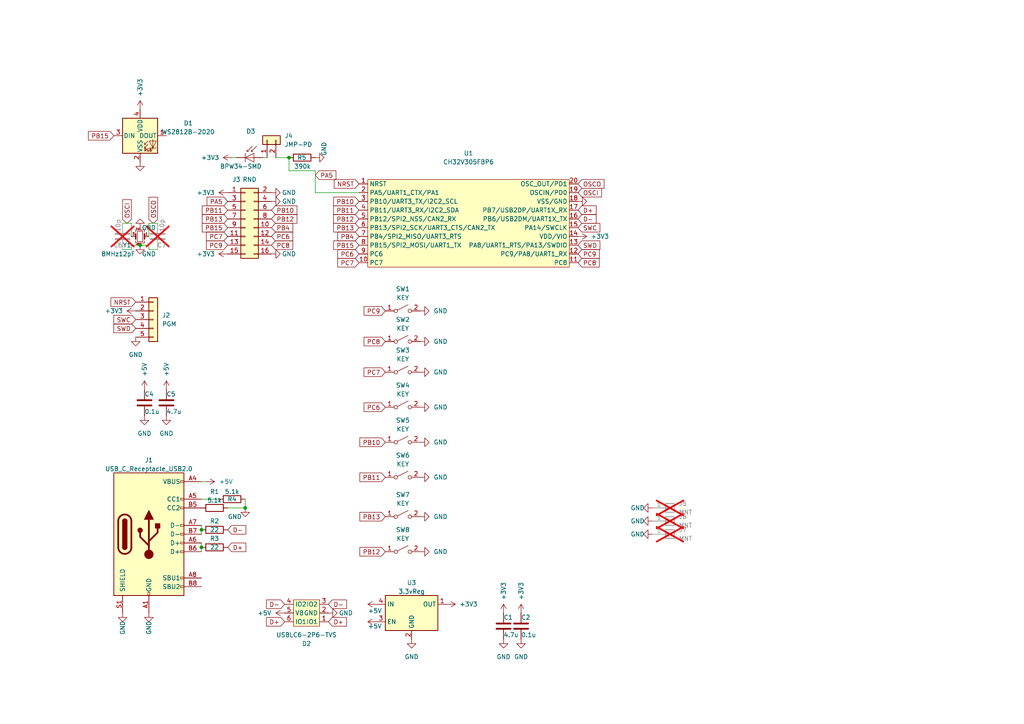
<source format=kicad_sch>
(kicad_sch (version 20230121) (generator eeschema)
  (paper "A4")
  (lib_symbols
    (symbol "Connector:USB_C_Receptacle_USB2.0" (pin_names (offset 1.016))
      (property "Reference" "J" (at -10.16 19.05 0))
      (property "Value" "USB_C_Receptacle_USB2.0" (at 19.05 19.05 0))
      (symbol "USB_C_Receptacle_USB2.0_0_0"
        (rectangle (start -0.254 -17.78) (end 0.254 -16.764))
        (rectangle (start 10.16 -14.986) (end 9.144 -15.494))
        (rectangle (start 10.16 -12.446) (end 9.144 -12.954))
        (rectangle (start 10.16 -4.826) (end 9.144 -5.334))
        (rectangle (start 10.16 -2.286) (end 9.144 -2.794))
        (rectangle (start 10.16 0.254) (end 9.144 -0.254))
        (rectangle (start 10.16 2.794) (end 9.144 2.286))
        (rectangle (start 10.16 7.874) (end 9.144 7.366))
        (rectangle (start 10.16 10.414) (end 9.144 9.906))
        (rectangle (start 10.16 15.494) (end 9.144 14.986))
      )
      (symbol "USB_C_Receptacle_USB2.0_0_1"
        (rectangle (start -10.16 17.78) (end 10.16 -17.78) (stroke (width 0.254)) (fill (type background)))
        (arc (start -8.89 -3.81) (mid -6.985 -5.7067) (end -5.08 -3.81) (stroke (width 0.508)))
        (arc (start -7.62 -3.81) (mid -6.985 -4.4423) (end -6.35 -3.81) (stroke (width 0.254)))
        (arc (start -7.62 -3.81) (mid -6.985 -4.4423) (end -6.35 -3.81) (stroke (width 0.254)) (fill (type outline)))
        (rectangle (start -7.62 -3.81) (end -6.35 3.81) (stroke (width 0.254)) (fill (type outline)))
        (arc (start -6.35 3.81) (mid -6.985 4.4423) (end -7.62 3.81) (stroke (width 0.254)))
        (arc (start -6.35 3.81) (mid -6.985 4.4423) (end -7.62 3.81) (stroke (width 0.254)) (fill (type outline)))
        (arc (start -5.08 3.81) (mid -6.985 5.7067) (end -8.89 3.81) (stroke (width 0.508)))
        (circle (center -2.54 1.143) (radius 0.635) (stroke (width 0.254)) (fill (type outline)))
        (circle (center 0 -5.842) (radius 1.27) (fill (type outline)))
        (polyline (pts (xy -8.89 -3.81) (xy -8.89 3.81)) (stroke (width 0.508)))
        (polyline (pts (xy -5.08 3.81) (xy -5.08 -3.81)) (stroke (width 0.508)))
        (polyline (pts (xy 0 -5.842) (xy 0 4.318)) (stroke (width 0.508)))
        (polyline (pts (xy 0 -3.302) (xy -2.54 -0.762) (xy -2.54 0.508)) (stroke (width 0.508)))
        (polyline (pts (xy 0 -2.032) (xy 2.54 0.508) (xy 2.54 1.778)) (stroke (width 0.508)))
        (polyline (pts (xy -1.27 4.318) (xy 0 6.858) (xy 1.27 4.318) (xy -1.27 4.318)) (stroke (width 0.254)) (fill (type outline)))
        (rectangle (start 1.905 1.778) (end 3.175 3.048) (stroke (width 0.254)) (fill (type outline)))
      )
      (symbol "USB_C_Receptacle_USB2.0_1_1"
        (pin passive line (at 0 -22.86 90) (length 5.08) (name "GND") (number "A1"))
        (pin passive line (at 0 -22.86 90) (length 5.08) hide (name "GND") (number "A12"))
        (pin passive line (at 15.24 15.24 180) (length 5.08) (name "VBUS") (number "A4"))
        (pin bidirectional line (at 15.24 10.16 180) (length 5.08) (name "CC1") (number "A5"))
        (pin bidirectional line (at 15.24 -2.54 180) (length 5.08) (name "D+") (number "A6"))
        (pin bidirectional line (at 15.24 2.54 180) (length 5.08) (name "D-") (number "A7"))
        (pin bidirectional line (at 15.24 -12.7 180) (length 5.08) (name "SBU1") (number "A8"))
        (pin passive line (at 15.24 15.24 180) (length 5.08) hide (name "VBUS") (number "A9"))
        (pin passive line (at 0 -22.86 90) (length 5.08) hide (name "GND") (number "B1"))
        (pin passive line (at 0 -22.86 90) (length 5.08) hide (name "GND") (number "B12"))
        (pin passive line (at 15.24 15.24 180) (length 5.08) hide (name "VBUS") (number "B4"))
        (pin bidirectional line (at 15.24 7.62 180) (length 5.08) (name "CC2") (number "B5"))
        (pin bidirectional line (at 15.24 -5.08 180) (length 5.08) (name "D+") (number "B6"))
        (pin bidirectional line (at 15.24 0 180) (length 5.08) (name "D-") (number "B7"))
        (pin bidirectional line (at 15.24 -15.24 180) (length 5.08) (name "SBU2") (number "B8"))
        (pin passive line (at 15.24 15.24 180) (length 5.08) hide (name "VBUS") (number "B9"))
        (pin passive line (at -7.62 -22.86 90) (length 5.08) (name "SHIELD") (number "S1"))
      )
    )
    (symbol "Connector_Generic:Conn_01x01" (pin_names (offset 1.016) hide)
      (property "Reference" "J" (at 0 2.54 0))
      (property "Value" "Conn_01x01" (at 0 -2.54 0))
      (symbol "Conn_01x01_1_1"
        (rectangle (start -1.27 0.127) (end 0 -0.127) (stroke (width 0.1524)))
        (rectangle (start -1.27 1.27) (end 1.27 -1.27) (stroke (width 0.254)) (fill (type background)))
        (pin passive line (at -5.08 0 0) (length 3.81) (name "Pin_1") (number "1"))
      )
    )
    (symbol "Connector_Generic:Conn_01x02" (pin_names (offset 1.016) hide)
      (property "Reference" "J" (at 0 2.54 0))
      (property "Value" "Conn_01x02" (at 0 -5.08 0))
      (symbol "Conn_01x02_1_1"
        (rectangle (start -1.27 -2.413) (end 0 -2.667) (stroke (width 0.1524)))
        (rectangle (start -1.27 0.127) (end 0 -0.127) (stroke (width 0.1524)))
        (rectangle (start -1.27 1.27) (end 1.27 -3.81) (stroke (width 0.254)) (fill (type background)))
        (pin passive line (at -5.08 0 0) (length 3.81) (name "Pin_1") (number "1"))
        (pin passive line (at -5.08 -2.54 0) (length 3.81) (name "Pin_2") (number "2"))
      )
    )
    (symbol "Connector_Generic:Conn_01x05" (pin_names (offset 1.016) hide)
      (property "Reference" "J" (at 0 7.62 0))
      (property "Value" "Conn_01x05" (at 0 -7.62 0))
      (symbol "Conn_01x05_1_1"
        (rectangle (start -1.27 -4.953) (end 0 -5.207) (stroke (width 0.1524)))
        (rectangle (start -1.27 -2.413) (end 0 -2.667) (stroke (width 0.1524)))
        (rectangle (start -1.27 0.127) (end 0 -0.127) (stroke (width 0.1524)))
        (rectangle (start -1.27 2.667) (end 0 2.413) (stroke (width 0.1524)))
        (rectangle (start -1.27 5.207) (end 0 4.953) (stroke (width 0.1524)))
        (rectangle (start -1.27 6.35) (end 1.27 -6.35) (stroke (width 0.254)) (fill (type background)))
        (pin passive line (at -5.08 5.08 0) (length 3.81) (name "Pin_1") (number "1"))
        (pin passive line (at -5.08 2.54 0) (length 3.81) (name "Pin_2") (number "2"))
        (pin passive line (at -5.08 0 0) (length 3.81) (name "Pin_3") (number "3"))
        (pin passive line (at -5.08 -2.54 0) (length 3.81) (name "Pin_4") (number "4"))
        (pin passive line (at -5.08 -5.08 0) (length 3.81) (name "Pin_5") (number "5"))
      )
    )
    (symbol "Connector_Generic:Conn_02x08_Odd_Even" (pin_names (offset 1.016) hide)
      (property "Reference" "J" (at 1.27 10.16 0))
      (property "Value" "Conn_02x08_Odd_Even" (at 1.27 -12.7 0))
      (symbol "Conn_02x08_Odd_Even_1_1"
        (rectangle (start -1.27 -10.033) (end 0 -10.287) (stroke (width 0.1524)))
        (rectangle (start -1.27 -7.493) (end 0 -7.747) (stroke (width 0.1524)))
        (rectangle (start -1.27 -4.953) (end 0 -5.207) (stroke (width 0.1524)))
        (rectangle (start -1.27 -2.413) (end 0 -2.667) (stroke (width 0.1524)))
        (rectangle (start -1.27 0.127) (end 0 -0.127) (stroke (width 0.1524)))
        (rectangle (start -1.27 2.667) (end 0 2.413) (stroke (width 0.1524)))
        (rectangle (start -1.27 5.207) (end 0 4.953) (stroke (width 0.1524)))
        (rectangle (start -1.27 7.747) (end 0 7.493) (stroke (width 0.1524)))
        (rectangle (start -1.27 8.89) (end 3.81 -11.43) (stroke (width 0.254)) (fill (type background)))
        (rectangle (start 3.81 -10.033) (end 2.54 -10.287) (stroke (width 0.1524)))
        (rectangle (start 3.81 -7.493) (end 2.54 -7.747) (stroke (width 0.1524)))
        (rectangle (start 3.81 -4.953) (end 2.54 -5.207) (stroke (width 0.1524)))
        (rectangle (start 3.81 -2.413) (end 2.54 -2.667) (stroke (width 0.1524)))
        (rectangle (start 3.81 0.127) (end 2.54 -0.127) (stroke (width 0.1524)))
        (rectangle (start 3.81 2.667) (end 2.54 2.413) (stroke (width 0.1524)))
        (rectangle (start 3.81 5.207) (end 2.54 4.953) (stroke (width 0.1524)))
        (rectangle (start 3.81 7.747) (end 2.54 7.493) (stroke (width 0.1524)))
        (pin passive line (at -5.08 7.62 0) (length 3.81) (name "Pin_1") (number "1"))
        (pin passive line (at 7.62 -2.54 180) (length 3.81) (name "Pin_10") (number "10"))
        (pin passive line (at -5.08 -5.08 0) (length 3.81) (name "Pin_11") (number "11"))
        (pin passive line (at 7.62 -5.08 180) (length 3.81) (name "Pin_12") (number "12"))
        (pin passive line (at -5.08 -7.62 0) (length 3.81) (name "Pin_13") (number "13"))
        (pin passive line (at 7.62 -7.62 180) (length 3.81) (name "Pin_14") (number "14"))
        (pin passive line (at -5.08 -10.16 0) (length 3.81) (name "Pin_15") (number "15"))
        (pin passive line (at 7.62 -10.16 180) (length 3.81) (name "Pin_16") (number "16"))
        (pin passive line (at 7.62 7.62 180) (length 3.81) (name "Pin_2") (number "2"))
        (pin passive line (at -5.08 5.08 0) (length 3.81) (name "Pin_3") (number "3"))
        (pin passive line (at 7.62 5.08 180) (length 3.81) (name "Pin_4") (number "4"))
        (pin passive line (at -5.08 2.54 0) (length 3.81) (name "Pin_5") (number "5"))
        (pin passive line (at 7.62 2.54 180) (length 3.81) (name "Pin_6") (number "6"))
        (pin passive line (at -5.08 0 0) (length 3.81) (name "Pin_7") (number "7"))
        (pin passive line (at 7.62 0 180) (length 3.81) (name "Pin_8") (number "8"))
        (pin passive line (at -5.08 -2.54 0) (length 3.81) (name "Pin_9") (number "9"))
      )
    )
    (symbol "Device:C" (pin_numbers hide) (pin_names (offset 0.254))
      (property "Reference" "C" (at 0.635 2.54 0))
      (property "Value" "C" (at 0.635 -2.54 0))
      (symbol "C_0_1"
        (polyline (pts (xy -2.032 -0.762) (xy 2.032 -0.762)) (stroke (width 0.508)))
        (polyline (pts (xy -2.032 0.762) (xy 2.032 0.762)) (stroke (width 0.508)))
      )
      (symbol "C_1_1"
        (pin passive line (at 0 3.81 270) (length 2.794) (name "~") (number "1"))
        (pin passive line (at 0 -3.81 90) (length 2.794) (name "~") (number "2"))
      )
    )
    (symbol "Device:Crystal_GND24_Small" (pin_names (offset 1.016) hide)
      (property "Reference" "Y" (at 1.27 4.445 0))
      (property "Value" "Crystal_GND24_Small" (at 1.27 2.54 0))
      (symbol "Crystal_GND24_Small_0_1"
        (rectangle (start -0.762 -1.524) (end 0.762 1.524))
        (polyline (pts (xy -1.27 -0.762) (xy -1.27 0.762)) (stroke (width 0.381)))
        (polyline (pts (xy 1.27 -0.762) (xy 1.27 0.762)) (stroke (width 0.381)))
        (polyline (pts (xy -1.27 -1.27) (xy -1.27 -1.905) (xy 1.27 -1.905) (xy 1.27 -1.27)))
        (polyline (pts (xy -1.27 1.27) (xy -1.27 1.905) (xy 1.27 1.905) (xy 1.27 1.27)))
      )
      (symbol "Crystal_GND24_Small_1_1"
        (pin passive line (at -2.54 0 0) (length 1.27) (name "1") (number "1"))
        (pin passive line (at 0 -2.54 90) (length 0.635) (name "2") (number "2"))
        (pin passive line (at 2.54 0 180) (length 1.27) (name "3") (number "3"))
        (pin passive line (at 0 2.54 270) (length 0.635) (name "4") (number "4"))
      )
    )
    (symbol "Device:R" (pin_numbers hide) (pin_names (offset 0))
      (property "Reference" "R" (at 2.032 0 90))
      (property "Value" "R" (at 0 0 90))
      (symbol "R_0_1"
        (rectangle (start -1.016 -2.54) (end 1.016 2.54) (stroke (width 0.254)))
      )
      (symbol "R_1_1"
        (pin passive line (at 0 3.81 270) (length 1.27) (name "~") (number "1"))
        (pin passive line (at 0 -3.81 90) (length 1.27) (name "~") (number "2"))
      )
    )
    (symbol "LED:WS2812B-2020" (pin_names (offset 0.254))
      (property "Reference" "D" (at 5.08 5.715 0))
      (property "Value" "WS2812B-2020" (at 1.27 -5.715 0))
      (symbol "WS2812B-2020_0_0"
        (text "RGB" (at 2.286 -4.191 0) (effects (font (size 0.762 0.762))))
      )
      (symbol "WS2812B-2020_0_1"
        (polyline (pts (xy 1.27 -3.556) (xy 1.778 -3.556)))
        (polyline (pts (xy 1.27 -2.54) (xy 1.778 -2.54)))
        (polyline (pts (xy 4.699 -3.556) (xy 2.667 -3.556)))
        (polyline (pts (xy 2.286 -2.54) (xy 1.27 -3.556) (xy 1.27 -3.048)))
        (polyline (pts (xy 2.286 -1.524) (xy 1.27 -2.54) (xy 1.27 -2.032)))
        (polyline (pts (xy 3.683 -1.016) (xy 3.683 -3.556) (xy 3.683 -4.064)))
        (polyline (pts (xy 4.699 -1.524) (xy 2.667 -1.524) (xy 3.683 -3.556) (xy 4.699 -1.524)))
        (rectangle (start 5.08 5.08) (end -5.08 -5.08) (stroke (width 0.254)) (fill (type background)))
      )
      (symbol "WS2812B-2020_1_1"
        (pin output line (at 7.62 0 180) (length 2.54) (name "DOUT") (number "1"))
        (pin power_in line (at 0 -7.62 90) (length 2.54) (name "VSS") (number "2"))
        (pin input line (at -7.62 0 0) (length 2.54) (name "DIN") (number "3"))
        (pin power_in line (at 0 7.62 270) (length 2.54) (name "VDD") (number "4"))
      )
    )
    (symbol "Regulator_Linear:NCP115AMX120TCG"
      (property "Reference" "U" (at 2.54 10.16 0))
      (property "Value" "NCP115AMX120TCG" (at 10.16 7.62 0))
      (symbol "NCP115AMX120TCG_0_1"
        (rectangle (start -7.62 5.08) (end 7.62 -5.08) (stroke (width 0.254)) (fill (type background)))
      )
      (symbol "NCP115AMX120TCG_1_1"
        (pin power_out line (at 10.16 2.54 180) (length 2.54) (name "OUT") (number "1"))
        (pin power_in line (at 0 -7.62 90) (length 2.54) (name "GND") (number "2"))
        (pin input line (at -10.16 -2.54 0) (length 2.54) (name "EN") (number "3"))
        (pin power_in line (at -10.16 2.54 0) (length 2.54) (name "IN") (number "4"))
        (pin passive line (at 0 -7.62 90) (length 2.54) hide (name "GND") (number "5"))
      )
    )
    (symbol "Sensor_Optical:BPW34-SMD" (pin_numbers hide) (pin_names (offset 1.016) hide)
      (property "Reference" "D" (at 0.508 1.778 0))
      (property "Value" "BPW34-SMD" (at -1.016 -2.794 0))
      (symbol "BPW34-SMD_0_1"
        (polyline (pts (xy -2.54 1.27) (xy -2.54 -1.27)) (stroke (width 0.1524)))
        (polyline (pts (xy -2.032 1.778) (xy -1.524 1.778)))
        (polyline (pts (xy 0 -1.27) (xy 0 1.27)))
        (polyline (pts (xy 0 0) (xy -2.54 0)))
        (polyline (pts (xy -0.508 3.302) (xy -2.032 1.778) (xy -2.032 2.286)))
        (polyline (pts (xy 0 1.27) (xy -2.54 0) (xy 0 -1.27)))
        (polyline (pts (xy 0.762 3.302) (xy -0.762 1.778) (xy -0.762 2.286) (xy -0.762 1.778) (xy -0.254 1.778)))
      )
      (symbol "BPW34-SMD_1_1"
        (pin passive line (at -5.08 0 0) (length 2.54) (name "K") (number "1"))
        (pin passive line (at 2.54 0 180) (length 2.54) (name "A") (number "2"))
      )
    )
    (symbol "Switch:SW_SPST" (pin_names (offset 0) hide)
      (property "Reference" "SW" (at 0 3.175 0))
      (property "Value" "SW_SPST" (at 0 -2.54 0))
      (symbol "SW_SPST_0_0"
        (circle (center -2.032 0) (radius 0.508))
        (polyline (pts (xy -1.524 0.254) (xy 1.524 1.778)))
        (circle (center 2.032 0) (radius 0.508))
      )
      (symbol "SW_SPST_1_1"
        (pin passive line (at -5.08 0 0) (length 2.54) (name "A") (number "1"))
        (pin passive line (at 5.08 0 180) (length 2.54) (name "B") (number "2"))
      )
    )
    (symbol "USBLC6-2P6-TVS:USBLC6-2P6-TVS"
      (property "Reference" "D" (at 0 -5.08 0))
      (property "Value" "USBLC6-2P6-TVS" (at 0 5.08 0))
      (symbol "USBLC6-2P6-TVS_0_1"
        (rectangle (start -3.81 3.81) (end 3.81 -3.81) (fill (type background)))
      )
      (symbol "USBLC6-2P6-TVS_1_1"
        (pin bidirectional line (at -6.35 2.54 0) (length 2.54) (name "IO1") (number "1"))
        (pin bidirectional line (at -6.35 0 0) (length 2.54) (name "GND") (number "2"))
        (pin bidirectional line (at -6.35 -2.54 0) (length 2.54) (name "IO2") (number "3"))
        (pin bidirectional line (at 6.35 -2.54 180) (length 2.54) (name "IO2") (number "4"))
        (pin bidirectional line (at 6.35 0 180) (length 2.54) (name "VB") (number "5"))
        (pin bidirectional line (at 6.35 2.54 180) (length 2.54) (name "IO1") (number "6"))
      )
    )
    (symbol "cnhardware:CH32V305FBP6-SOIC20"
      (property "Reference" "U" (at 0 13.97 0))
      (property "Value" "CH32V305FBP6" (at 0 -13.97 0))
      (property "LCSC" "C5123443" (at 0 -11.43 0))
      (symbol "CH32V305FBP6-SOIC20_1_1"
        (rectangle (start -29.21 12.7) (end 29.21 -12.7) (fill (type background)))
        (pin bidirectional line (at -31.75 11.43 0) (length 2.54) (name "NRST") (number "1"))
        (pin bidirectional line (at -31.75 -11.43 0) (length 2.54) (name "PC7") (number "10"))
        (pin bidirectional line (at 31.75 -11.43 180) (length 2.54) (name "PC8") (number "11"))
        (pin bidirectional line (at 31.75 -8.89 180) (length 2.54) (name "PC9/PA8/UART1_RX") (number "12"))
        (pin bidirectional line (at 31.75 -6.35 180) (length 2.54) (name "PA8/UART1_RTS/PA13/SWDIO") (number "13"))
        (pin bidirectional line (at 31.75 -3.81 180) (length 2.54) (name "VDD/VIO") (number "14"))
        (pin bidirectional line (at 31.75 -1.27 180) (length 2.54) (name "PA14/SWCLK") (number "15"))
        (pin bidirectional line (at 31.75 1.27 180) (length 2.54) (name "PB6/USB2DM/UART1X_TX") (number "16"))
        (pin bidirectional line (at 31.75 3.81 180) (length 2.54) (name "PB7/USB2DP/UART1X_RX") (number "17"))
        (pin bidirectional line (at 31.75 6.35 180) (length 2.54) (name "VSS/GND") (number "18"))
        (pin bidirectional line (at 31.75 8.89 180) (length 2.54) (name "OSCIN/PD0") (number "19"))
        (pin bidirectional line (at -31.75 8.89 0) (length 2.54) (name "PA5/UART1_CTX/PA1") (number "2"))
        (pin bidirectional line (at 31.75 11.43 180) (length 2.54) (name "OSC_OUT/PD1") (number "20"))
        (pin bidirectional line (at -31.75 6.35 0) (length 2.54) (name "PB10/UART3_TX/I2C2_SCL") (number "3"))
        (pin bidirectional line (at -31.75 3.81 0) (length 2.54) (name "PB11/UART3_RX/I2C2_SDA") (number "4"))
        (pin bidirectional line (at -31.75 1.27 0) (length 2.54) (name "PB12/SPI2_NSS/CAN2_RX") (number "5"))
        (pin bidirectional line (at -31.75 -1.27 0) (length 2.54) (name "PB13/SPI2_SCK/UART3_CTS/CAN2_TX") (number "6"))
        (pin bidirectional line (at -31.75 -3.81 0) (length 2.54) (name "PB4/SPI2_MISO/UART3_RTS") (number "7"))
        (pin bidirectional line (at -31.75 -6.35 0) (length 2.54) (name "PB15/SPI2_MOSI/UART1_TX") (number "8"))
        (pin bidirectional line (at -31.75 -8.89 0) (length 2.54) (name "PC6") (number "9"))
      )
    )
    (symbol "power:+3V3" (power) (pin_names (offset 0))
      (property "Value" "+3V3" (at 0 3.556 0))
      (symbol "+3V3_0_1"
        (polyline (pts (xy -0.762 1.27) (xy 0 2.54)))
        (polyline (pts (xy 0 0) (xy 0 2.54)))
        (polyline (pts (xy 0 2.54) (xy 0.762 1.27)))
      )
      (symbol "+3V3_1_1"
        (pin power_in line (at 0 0 90) (length 0) hide (name "+3V3") (number "1"))
      )
    )
    (symbol "power:+5V" (power) (pin_names (offset 0))
      (property "Value" "+5V" (at 0 3.556 0))
      (symbol "+5V_0_1"
        (polyline (pts (xy -0.762 1.27) (xy 0 2.54)))
        (polyline (pts (xy 0 0) (xy 0 2.54)))
        (polyline (pts (xy 0 2.54) (xy 0.762 1.27)))
      )
      (symbol "+5V_1_1"
        (pin power_in line (at 0 0 90) (length 0) hide (name "+5V") (number "1"))
      )
    )
    (symbol "power:GND" (power) (pin_names (offset 0))
      (property "Value" "GND" (at 0 -3.81 0))
      (symbol "GND_0_1"
        (polyline (pts (xy 0 0) (xy 0 -1.27) (xy 1.27 -1.27) (xy 0 -2.54) (xy -1.27 -1.27) (xy 0 -1.27)))
      )
      (symbol "GND_1_1"
        (pin power_in line (at 0 0 270) (length 0) hide (name "GND") (number "1"))
      )
    )
  )
  (junction (at 58.42 153.67))
  (junction (at 58.42 158.75))
  (junction (at 83.82 45.72))
  (junction (at 71.12 147.32))
  (junction (at 40.64 71.12))
  (wire (pts (xy 68.58 45.72) (xy 67.31 45.72)))
  (wire (pts (xy 43.18 64.77) (xy 43.18 68.58)))
  (wire (pts (xy 58.42 153.67) (xy 58.42 154.94)))
  (wire (pts (xy 83.82 45.72) (xy 83.82 49.53)))
  (wire (pts (xy 91.44 55.88) (xy 104.14 55.88)))
  (wire (pts (xy 83.82 49.53) (xy 91.44 49.53)))
  (wire (pts (xy 76.2 45.72) (xy 77.47 45.72)))
  (wire (pts (xy 45.72 64.77) (xy 43.18 64.77)))
  (wire (pts (xy 40.64 71.12) (xy 38.1 71.12)))
  (wire (pts (xy 71.12 144.78) (xy 71.12 147.32)))
  (wire (pts (xy 59.69 139.7) (xy 58.42 139.7)))
  (wire (pts (xy 38.1 64.77) (xy 35.56 64.77)))
  (wire (pts (xy 43.18 71.12) (xy 43.18 72.39)))
  (wire (pts (xy 58.42 157.48) (xy 58.42 158.75)))
  (wire (pts (xy 58.42 152.4) (xy 58.42 153.67)))
  (wire (pts (xy 91.44 49.53) (xy 91.44 55.88)))
  (wire (pts (xy 58.42 158.75) (xy 58.42 160.02)))
  (wire (pts (xy 38.1 72.39) (xy 35.56 72.39)))
  (wire (pts (xy 66.04 147.32) (xy 71.12 147.32)))
  (wire (pts (xy 38.1 64.77) (xy 38.1 68.58)))
  (wire (pts (xy 38.1 71.12) (xy 38.1 72.39)))
  (wire (pts (xy 63.5 144.78) (xy 58.42 144.78)))
  (wire (pts (xy 40.64 71.12) (xy 43.18 71.12)))
  (wire (pts (xy 80.01 45.72) (xy 83.82 45.72)))
  (wire (pts (xy 43.18 72.39) (xy 45.72 72.39)))
  (global_label "NRST" (shape input) (at 104.14 53.34 180) (property "Intersheetrefs" "${INTERSHEET_REFS}" (effects hide)))
  (global_label "D+" (shape input) (at 167.64 60.96 0) (property "Intersheetrefs" "${INTERSHEET_REFS}" (effects hide)))
  (global_label "OSCO" (shape input) (at 167.64 53.34 0) (property "Intersheetrefs" "${INTERSHEET_REFS}" (effects hide)))
  (global_label "PC6" (shape input) (at 111.76 118.11 180) (property "Intersheetrefs" "${INTERSHEET_REFS}" (effects hide)))
  (global_label "PC9" (shape input) (at 66.04 71.12 180) (property "Intersheetrefs" "${INTERSHEET_REFS}" (effects hide)))
  (global_label "PC7" (shape input) (at 111.76 107.95 180) (property "Intersheetrefs" "${INTERSHEET_REFS}" (effects hide)))
  (global_label "D+" (shape input) (at 95.25 180.34 0) (property "Intersheetrefs" "${INTERSHEET_REFS}" (effects hide)))
  (global_label "PC9" (shape input) (at 167.64 73.66 0) (property "Intersheetrefs" "${INTERSHEET_REFS}" (effects hide)))
  (global_label "PC6" (shape input) (at 78.74 68.58 0) (property "Intersheetrefs" "${INTERSHEET_REFS}" (effects hide)))
  (global_label "PC8" (shape input) (at 78.74 71.12 0) (property "Intersheetrefs" "${INTERSHEET_REFS}" (effects hide)))
  (global_label "PB12" (shape input) (at 104.14 63.5 180) (property "Intersheetrefs" "${INTERSHEET_REFS}" (effects hide)))
  (global_label "SWC" (shape input) (at 39.37 92.71 180) (property "Intersheetrefs" "${INTERSHEET_REFS}" (effects hide)))
  (global_label "PB13" (shape input) (at 66.04 63.5 180) (property "Intersheetrefs" "${INTERSHEET_REFS}" (effects hide)))
  (global_label "SWD" (shape input) (at 167.64 71.12 0) (property "Intersheetrefs" "${INTERSHEET_REFS}" (effects hide)))
  (global_label "SWC" (shape input) (at 167.64 66.04 0) (property "Intersheetrefs" "${INTERSHEET_REFS}" (effects hide)))
  (global_label "PB10" (shape input) (at 78.74 60.96 0) (property "Intersheetrefs" "${INTERSHEET_REFS}" (effects hide)))
  (global_label "PB13" (shape input) (at 111.76 149.86 180) (property "Intersheetrefs" "${INTERSHEET_REFS}" (effects hide)))
  (global_label "PB15" (shape input) (at 66.04 66.04 180) (property "Intersheetrefs" "${INTERSHEET_REFS}" (effects hide)))
  (global_label "PC8" (shape input) (at 111.76 99.06 180) (property "Intersheetrefs" "${INTERSHEET_REFS}" (effects hide)))
  (global_label "PB12" (shape input) (at 78.74 63.5 0) (property "Intersheetrefs" "${INTERSHEET_REFS}" (effects hide)))
  (global_label "PC7" (shape input) (at 66.04 68.58 180) (property "Intersheetrefs" "${INTERSHEET_REFS}" (effects hide)))
  (global_label "SWD" (shape input) (at 39.37 95.25 180) (property "Intersheetrefs" "${INTERSHEET_REFS}" (effects hide)))
  (global_label "PB4" (shape input) (at 78.74 66.04 0) (property "Intersheetrefs" "${INTERSHEET_REFS}" (effects hide)))
  (global_label "PB13" (shape input) (at 104.14 66.04 180) (property "Intersheetrefs" "${INTERSHEET_REFS}" (effects hide)))
  (global_label "PB12" (shape input) (at 111.76 160.02 180) (property "Intersheetrefs" "${INTERSHEET_REFS}" (effects hide)))
  (global_label "D-" (shape input) (at 167.64 63.5 0) (property "Intersheetrefs" "${INTERSHEET_REFS}" (effects hide)))
  (global_label "OSCI" (shape input) (at 167.64 55.88 0) (property "Intersheetrefs" "${INTERSHEET_REFS}" (effects hide)))
  (global_label "PB15" (shape input) (at 33.02 39.37 180) (property "Intersheetrefs" "${INTERSHEET_REFS}" (effects hide)))
  (global_label "PC7" (shape input) (at 104.14 76.2 180) (property "Intersheetrefs" "${INTERSHEET_REFS}" (effects hide)))
  (global_label "PC9" (shape input) (at 111.76 90.17 180) (property "Intersheetrefs" "${INTERSHEET_REFS}" (effects hide)))
  (global_label "PB11" (shape input) (at 66.04 60.96 180) (property "Intersheetrefs" "${INTERSHEET_REFS}" (effects hide)))
  (global_label "PB15" (shape input) (at 104.14 71.12 180) (property "Intersheetrefs" "${INTERSHEET_REFS}" (effects hide)))
  (global_label "PA5" (shape input) (at 66.04 58.42 180) (property "Intersheetrefs" "${INTERSHEET_REFS}" (effects hide)))
  (global_label "PB10" (shape input) (at 104.14 58.42 180) (property "Intersheetrefs" "${INTERSHEET_REFS}" (effects hide)))
  (global_label "D-" (shape input) (at 66.04 153.67 0) (property "Intersheetrefs" "${INTERSHEET_REFS}" (effects hide)))
  (global_label "D+" (shape input) (at 82.55 180.34 180) (property "Intersheetrefs" "${INTERSHEET_REFS}" (effects hide)))
  (global_label "NRST" (shape input) (at 39.37 87.63 180) (property "Intersheetrefs" "${INTERSHEET_REFS}" (effects hide)))
  (global_label "PB4" (shape input) (at 104.14 68.58 180) (property "Intersheetrefs" "${INTERSHEET_REFS}" (effects hide)))
  (global_label "PA5" (shape input) (at 91.44 50.8 0) (property "Intersheetrefs" "${INTERSHEET_REFS}" (effects hide)))
  (global_label "PC8" (shape input) (at 167.64 76.2 0) (property "Intersheetrefs" "${INTERSHEET_REFS}" (effects hide)))
  (global_label "D-" (shape input) (at 95.25 175.26 0) (property "Intersheetrefs" "${INTERSHEET_REFS}" (effects hide)))
  (global_label "PB11" (shape input) (at 104.14 60.96 180) (property "Intersheetrefs" "${INTERSHEET_REFS}" (effects hide)))
  (global_label "D-" (shape input) (at 82.55 175.26 180) (property "Intersheetrefs" "${INTERSHEET_REFS}" (effects hide)))
  (global_label "OSCI" (shape input) (at 36.83 64.77 90) (property "Intersheetrefs" "${INTERSHEET_REFS}" (effects hide)))
  (global_label "D+" (shape input) (at 66.04 158.75 0) (property "Intersheetrefs" "${INTERSHEET_REFS}" (effects hide)))
  (global_label "OSCO" (shape input) (at 44.45 64.77 90) (property "Intersheetrefs" "${INTERSHEET_REFS}" (effects hide)))
  (global_label "PB11" (shape input) (at 111.76 138.43 180) (property "Intersheetrefs" "${INTERSHEET_REFS}" (effects hide)))
  (global_label "PC6" (shape input) (at 104.14 73.66 180) (property "Intersheetrefs" "${INTERSHEET_REFS}" (effects hide)))
  (global_label "PB10" (shape input) (at 111.76 128.27 180) (property "Intersheetrefs" "${INTERSHEET_REFS}" (effects hide)))
  (symbol (lib_id "power:GND") (at 41.91 120.65 0) (unit 1)
    (property "Reference" "#PWR019" (effects hide))
    (property "Value" "GND" (at 41.91 125.73 0))
  )
  (symbol (lib_id "power:GND") (at 119.38 185.42 0) (unit 1)
    (property "Reference" "#PWR015" (effects hide))
    (property "Value" "GND" (at 119.38 190.5 0))
  )
  (symbol (lib_id "power:GND") (at 121.92 160.02 90) (unit 1)
    (property "Reference" "#PWR041" (effects hide))
    (property "Value" "GND" (at 125.73 160.02 90) (effects (justify right)))
  )
  (symbol (lib_id "power:GND") (at 121.92 99.06 90) (unit 1)
    (property "Reference" "#PWR035" (effects hide))
    (property "Value" "GND" (at 125.73 99.06 90) (effects (justify right)))
  )
  (symbol (lib_id "power:GND") (at 121.92 118.11 90) (unit 1)
    (property "Reference" "#PWR037" (effects hide))
    (property "Value" "GND" (at 125.73 118.11 90) (effects (justify right)))
  )
  (symbol (lib_id "Connector_Generic:Conn_01x05") (at 44.45 92.71 0) (unit 1)
    (property "Reference" "J2" (at 46.99 91.44 0) (effects (justify left)))
    (property "Value" "PGM" (at 46.99 93.98 0) (effects (justify left)))
    (property "Footprint" "Connector_PinHeader_2.54mm:PinHeader_1x05_P2.54mm_Vertical" (effects hide))
    (property "LCSC" "C18905846" (effects hide))
  )
  (symbol (lib_id "Switch:SW_SPST") (at 116.84 99.06 0) (unit 1)
    (property "Reference" "SW2" (at 116.84 92.71 0))
    (property "Value" "KEY" (at 116.84 95.25 0))
    (property "Footprint" "Button_Switch_Keyboard:SW_Cherry_MX_1.00u_Plate" (effects hide))
    (property "LCSC" "C404353" (effects hide))
  )
  (symbol (lib_id "power:+3V3") (at 146.05 177.8 0) (unit 1)
    (property "Reference" "#PWR07" (effects hide))
    (property "Value" "+3V3" (at 146.05 171.45 90))
  )
  (symbol (lib_id "power:GND") (at 95.25 177.8 90) (unit 1)
    (property "Reference" "#PWR022" (effects hide))
    (property "Value" "GND" (at 100.33 177.8 90))
  )
  (symbol (lib_id "power:GND") (at 121.92 138.43 90) (unit 1)
    (property "Reference" "#PWR039" (effects hide))
    (property "Value" "GND" (at 125.73 138.43 90) (effects (justify right)))
  )
  (symbol (lib_id "Device:R") (at 87.63 45.72 90) (mirror x) (unit 1)
    (property "Reference" "R5" (at 88.9 45.72 90) (effects (justify left)))
    (property "Value" "390k" (at 90.17 48.26 90) (effects (justify left)))
    (property "Footprint" "Resistor_SMD:R_0402_1005Metric" (effects hide))
    (property "LCSC" "C162853" (effects hide))
  )
  (symbol (lib_id "Regulator_Linear:NCP115AMX120TCG") (at 119.38 177.8 0) (unit 1)
    (property "Reference" "U3" (at 119.38 169.0202 0))
    (property "Value" "3.3vReg" (at 119.38 171.5571 0))
    (property "Footprint" "cnhardware:xdfn-reg" (effects hide))
    (property "Datasheet" "https://www.onsemi.com/pub/Collateral/NCP115-D.PDF" (effects hide))
    (property "LCSC" "C81114" (effects hide))
  )
  (symbol (lib_id "power:GND") (at 146.05 185.42 0) (unit 1)
    (property "Reference" "#PWR08" (effects hide))
    (property "Value" "GND" (at 146.05 190.5 0))
  )
  (symbol (lib_id "power:GND") (at 40.64 66.04 180) (unit 1)
    (property "Reference" "#PWR025" (effects hide))
    (property "Value" "GND" (at 43.18 66.04 0))
  )
  (symbol (lib_id "Device:C") (at 35.56 68.58 180) (unit 1) (in_bom no) (dnp yes)
    (property "Reference" "C6" (at 35.56 71.12 0) (effects (justify left)))
    (property "Value" "10p" (at 34.29 63.5 90) (effects (justify left)))
    (property "Footprint" "Capacitor_SMD:C_0402_1005Metric" (effects hide))
    (property "LCSC" "C106199" (effects hide))
  )
  (symbol (lib_id "Device:R") (at 67.31 144.78 90) (unit 1)
    (property "Reference" "R4" (at 67.31 144.78 90))
    (property "Value" "5.1k" (at 67.31 142.6011 90))
    (property "Footprint" "Resistor_SMD:R_0402_1005Metric" (effects hide))
    (property "LCSC" "C258132" (effects hide))
  )
  (symbol (lib_id "Device:R") (at 62.23 153.67 90) (unit 1)
    (property "Reference" "R2" (at 62.23 151.13 90))
    (property "Value" "22" (at 62.23 153.67 90))
    (property "Footprint" "Resistor_SMD:R_0402_1005Metric" (effects hide))
    (property "LCSC" "C25092" (effects hide))
  )
  (symbol (lib_id "Switch:SW_SPST") (at 116.84 107.95 0) (unit 1)
    (property "Reference" "SW3" (at 116.84 101.6 0))
    (property "Value" "KEY" (at 116.84 104.14 0))
    (property "Footprint" "Button_Switch_Keyboard:SW_Cherry_MX_1.00u_Plate" (effects hide))
    (property "LCSC" "C404353" (effects hide))
  )
  (symbol (lib_id "Device:Crystal_GND24_Small") (at 40.64 68.58 180) (unit 1)
    (property "Reference" "Y1" (at 36.83 71.12 0))
    (property "Value" "8MHz12pF" (at 34.29 73.66 0))
    (property "Footprint" "Crystal:Crystal_SMD_3225-4Pin_3.2x2.5mm" (effects hide))
    (property "LCSC" "C403948" (effects hide))
  )
  (symbol (lib_id "power:GND") (at 40.64 71.12 0) (unit 1)
    (property "Reference" "#PWR026" (effects hide))
    (property "Value" "GND" (at 43.18 73.66 0))
  )
  (symbol (lib_id "USBLC6-2P6-TVS:USBLC6-2P6-TVS") (at 88.9 177.8 180) (unit 1)
    (property "Reference" "D2" (at 88.9 186.69 0))
    (property "Value" "USBLC6-2P6-TVS" (at 88.9 184.15 0))
    (property "Footprint" "Package_TO_SOT_SMD:SOT-666" (effects hide))
    (property "LCSC" "C2827693" (effects hide))
  )
  (symbol (lib_id "power:+3V3") (at 39.37 90.17 90) (unit 1)
    (property "Reference" "#PWR024" (effects hide))
    (property "Value" "+3V3" (at 33.02 90.17 90))
  )
  (symbol (lib_id "Switch:SW_SPST") (at 116.84 90.17 0) (unit 1)
    (property "Reference" "SW1" (at 116.84 83.82 0))
    (property "Value" "KEY" (at 116.84 86.36 0))
    (property "Footprint" "Button_Switch_Keyboard:SW_Cherry_MX_1.00u_Plate" (effects hide))
    (property "LCSC" "C404353" (effects hide))
  )
  (symbol (lib_id "Connector:USB_C_Receptacle_USB2.0") (at 43.18 154.94 0) (unit 1)
    (property "Reference" "J1" (at 43.18 133.4602 0))
    (property "Value" "USB_C_Receptacle_USB2.0" (at 43.18 135.9971 0))
    (property "Footprint" "cnhardware:USB_C_2.5" (effects hide))
    (property "Datasheet" "https://www.usb.org/sites/default/files/documents/usb_type-c.zip" (effects hide))
    (property "LCSC" "C709358" (effects hide))
  )
  (symbol (lib_id "Connector_Generic:Conn_02x08_Odd_Even") (at 71.12 63.5 0) (unit 1)
    (property "Reference" "J3" (at 68.58 52.07 0))
    (property "Value" "RND" (at 72.39 52.07 0))
    (property "Footprint" "Connector_PinHeader_2.54mm:PinHeader_2x08_P2.54mm_Vertical" (effects hide))
    (property "LCSC" "C5156679" (effects hide))
  )
  (symbol (lib_id "power:GND") (at 78.74 73.66 90) (unit 1)
    (property "Reference" "#PWR032" (effects hide))
    (property "Value" "GND" (at 83.82 73.66 90))
  )
  (symbol (lib_id "Connector_Generic:Conn_01x01") (at 194.31 154.94 0) (unit 1) (in_bom no) (dnp yes)
    (property "Reference" "J7" (at 196.85 153.67 0) (effects (justify left)))
    (property "Value" "MNT" (at 196.85 156.21 0) (effects (justify left)))
    (property "Footprint" "MountingHole:MountingHole_3.2mm_M3_Pad" (effects hide))
  )
  (symbol (lib_id "cnhardware:CH32V305FBP6-SOIC20") (at 135.89 64.77 0) (unit 1)
    (property "Reference" "U1" (at 135.89 44.45 0))
    (property "Value" "CH32V305FBP6" (at 135.89 46.99 0))
    (property "Footprint" "Package_SO:SSOP-20_4.4x6.5mm_P0.65mm" (effects hide))
    (property "LCSC" "C5123443" (effects hide))
  )
  (symbol (lib_id "power:GND") (at 40.64 46.99 0) (unit 1)
    (property "Reference" "#PWR012" (effects hide))
    (property "Value" "GND" (effects hide))
  )
  (symbol (lib_id "power:+3V3") (at 129.54 175.26 270) (unit 1)
    (property "Reference" "#PWR04" (effects hide))
    (property "Value" "+3V3" (at 135.89 175.26 90))
  )
  (symbol (lib_id "power:+3V3") (at 151.13 177.8 0) (unit 1)
    (property "Reference" "#PWR09" (effects hide))
    (property "Value" "+3V3" (at 151.13 171.45 90))
  )
  (symbol (lib_id "Connector_Generic:Conn_01x01") (at 194.31 151.13 0) (unit 1) (in_bom no) (dnp yes)
    (property "Reference" "J6" (at 196.85 149.86 0) (effects (justify left)))
    (property "Value" "MNT" (at 196.85 152.4 0) (effects (justify left)))
    (property "Footprint" "MountingHole:MountingHole_3.2mm_M3_Pad" (effects hide))
  )
  (symbol (lib_id "power:GND") (at 39.37 97.79 0) (unit 1)
    (property "Reference" "#PWR023" (effects hide))
    (property "Value" "GND" (at 39.37 102.87 0))
  )
  (symbol (lib_id "Sensor_Optical:BPW34-SMD") (at 73.66 45.72 0) (unit 1)
    (property "Reference" "D3" (at 72.7329 38.1 0))
    (property "Value" "BPW34-SMD" (at 69.85 48.26 0))
    (property "Footprint" "OptoDevice:Osram_BPW34S-SMD" (effects hide))
    (property "Datasheet" "https://dammedia.osram.info/media/resource/hires/osram-dam-5488319/BPW%2034%20S_EN.pdf" (effects hide))
    (property "LCSC" "C18164732" (effects hide))
  )
  (symbol (lib_id "Connector_Generic:Conn_01x01") (at 194.31 147.32 0) (unit 1) (in_bom no) (dnp yes)
    (property "Reference" "J5" (at 196.85 146.05 0) (effects (justify left)))
    (property "Value" "MNT" (at 196.85 148.59 0) (effects (justify left)))
    (property "Footprint" "MountingHole:MountingHole_3.2mm_M3_Pad" (effects hide))
  )
  (symbol (lib_id "power:+3V3") (at 167.64 68.58 270) (unit 1)
    (property "Reference" "#PWR05" (effects hide))
    (property "Value" "+3V3" (at 173.99 68.58 90))
  )
  (symbol (lib_id "Device:C") (at 151.13 181.61 0) (unit 1)
    (property "Reference" "C2" (at 151.13 179.07 0) (effects (justify left)))
    (property "Value" "0.1u" (at 151.13 184.15 0) (effects (justify left)))
    (property "Footprint" "Capacitor_SMD:C_0402_1005Metric" (effects hide))
    (property "LCSC" "C1525" (effects hide))
  )
  (symbol (lib_id "power:GND") (at 189.23 147.32 270) (unit 1)
    (property "Reference" "#PWR017" (effects hide))
    (property "Value" "GND" (at 182.88 147.32 90) (effects (justify left)))
  )
  (symbol (lib_id "power:+3V3") (at 66.04 73.66 90) (unit 1)
    (property "Reference" "#PWR033" (effects hide))
    (property "Value" "+3V3" (at 59.69 73.66 90))
  )
  (symbol (lib_id "power:GND") (at 71.12 147.32 0) (unit 1)
    (property "Reference" "#PWR03" (effects hide))
    (property "Value" "GND" (at 66.04 149.86 0) (effects (justify left)))
  )
  (symbol (lib_id "power:GND") (at 167.64 58.42 90) (unit 1)
    (property "Reference" "#PWR06" (effects hide))
    (property "Value" "GND" (effects hide))
  )
  (symbol (lib_id "power:GND") (at 121.92 128.27 90) (unit 1)
    (property "Reference" "#PWR038" (effects hide))
    (property "Value" "GND" (at 125.73 128.27 90) (effects (justify right)))
  )
  (symbol (lib_id "Switch:SW_SPST") (at 116.84 118.11 0) (unit 1)
    (property "Reference" "SW4" (at 116.84 111.76 0))
    (property "Value" "KEY" (at 116.84 114.3 0))
    (property "Footprint" "Button_Switch_Keyboard:SW_Cherry_MX_1.00u_Plate" (effects hide))
    (property "LCSC" "C404353" (effects hide))
  )
  (symbol (lib_id "power:+5V") (at 82.55 177.8 90) (unit 1)
    (property "Reference" "#PWR043" (effects hide))
    (property "Value" "+5V" (at 78.74 177.8 90) (effects (justify left)))
  )
  (symbol (lib_id "power:+5V") (at 109.22 180.34 90) (unit 1)
    (property "Reference" "#PWR014" (effects hide))
    (property "Value" "+5V" (at 106.68 181.61 90) (effects (justify right)))
  )
  (symbol (lib_id "power:GND") (at 78.74 55.88 90) (unit 1)
    (property "Reference" "#PWR031" (effects hide))
    (property "Value" "GND" (at 83.82 55.88 90))
  )
  (symbol (lib_id "Switch:SW_SPST") (at 116.84 149.86 0) (unit 1)
    (property "Reference" "SW7" (at 116.84 143.51 0))
    (property "Value" "KEY" (at 116.84 146.05 0))
    (property "Footprint" "Button_Switch_Keyboard:SW_Cherry_MX_1.00u_Plate" (effects hide))
    (property "LCSC" "C404353" (effects hide))
  )
  (symbol (lib_id "Switch:SW_SPST") (at 116.84 138.43 0) (unit 1)
    (property "Reference" "SW6" (at 116.84 132.08 0))
    (property "Value" "KEY" (at 116.84 134.62 0))
    (property "Footprint" "Button_Switch_Keyboard:SW_Cherry_MX_1.00u_Plate" (effects hide))
    (property "LCSC" "C404353" (effects hide))
  )
  (symbol (lib_id "power:+3V3") (at 67.31 45.72 90) (unit 1)
    (property "Reference" "#PWR016" (effects hide))
    (property "Value" "+3V3" (at 60.96 45.72 90))
  )
  (symbol (lib_id "power:GND") (at 151.13 185.42 0) (unit 1)
    (property "Reference" "#PWR010" (effects hide))
    (property "Value" "GND" (at 151.13 190.5 0))
  )
  (symbol (lib_id "power:GND") (at 121.92 90.17 90) (unit 1)
    (property "Reference" "#PWR034" (effects hide))
    (property "Value" "GND" (at 125.73 90.17 90) (effects (justify right)))
  )
  (symbol (lib_id "Switch:SW_SPST") (at 116.84 128.27 0) (unit 1)
    (property "Reference" "SW5" (at 116.84 121.92 0))
    (property "Value" "KEY" (at 116.84 124.46 0))
    (property "Footprint" "Button_Switch_Keyboard:SW_Cherry_MX_1.00u_Plate" (effects hide))
    (property "LCSC" "C404353" (effects hide))
  )
  (symbol (lib_id "Device:C") (at 45.72 68.58 180) (unit 1) (in_bom no) (dnp yes)
    (property "Reference" "C7" (at 48.26 71.12 0) (effects (justify left)))
    (property "Value" "10p" (at 46.99 63.5 90) (effects (justify left)))
    (property "Footprint" "Capacitor_SMD:C_0402_1005Metric" (effects hide))
    (property "LCSC" "C106199" (effects hide))
  )
  (symbol (lib_id "power:+5V") (at 48.26 113.03 0) (unit 1)
    (property "Reference" "#PWR020" (effects hide))
    (property "Value" "+5V" (at 48.26 109.22 90) (effects (justify left)))
  )
  (symbol (lib_id "power:GND") (at 35.56 177.8 0) (unit 1)
    (property "Reference" "#PWR01" (effects hide))
    (property "Value" "GND" (at 35.56 184.15 90) (effects (justify left)))
  )
  (symbol (lib_id "power:+5V") (at 109.22 175.26 90) (unit 1)
    (property "Reference" "#PWR013" (effects hide))
    (property "Value" "+5V" (at 106.68 177.165 90) (effects (justify right)))
  )
  (symbol (lib_id "Device:R") (at 62.23 158.75 90) (unit 1)
    (property "Reference" "R3" (at 62.23 156.21 90))
    (property "Value" "22" (at 62.23 158.75 90))
    (property "Footprint" "Resistor_SMD:R_0402_1005Metric" (effects hide))
    (property "LCSC" "C25092" (effects hide))
  )
  (symbol (lib_id "power:GND") (at 189.23 154.94 270) (unit 1)
    (property "Reference" "#PWR044" (effects hide))
    (property "Value" "GND" (at 182.88 154.94 90) (effects (justify left)))
  )
  (symbol (lib_id "power:GND") (at 189.23 151.13 270) (unit 1)
    (property "Reference" "#PWR027" (effects hide))
    (property "Value" "GND" (at 182.88 151.13 90) (effects (justify left)))
  )
  (symbol (lib_id "power:GND") (at 48.26 120.65 0) (unit 1)
    (property "Reference" "#PWR021" (effects hide))
    (property "Value" "GND" (at 48.26 125.73 0))
  )
  (symbol (lib_id "Connector_Generic:Conn_01x02") (at 77.47 40.64 90) (unit 1)
    (property "Reference" "J4" (at 82.55 39.37 90) (effects (justify right)))
    (property "Value" "JMP-PD" (at 82.55 41.91 90) (effects (justify right)))
    (property "Footprint" "Connector_PinHeader_2.54mm:PinHeader_1x02_P2.54mm_Vertical" (effects hide))
    (property "LCSC" "C18078199" (effects hide))
  )
  (symbol (lib_id "power:GND") (at 78.74 58.42 90) (unit 1)
    (property "Reference" "#PWR029" (effects hide))
    (property "Value" "GND" (at 83.82 58.42 90))
  )
  (symbol (lib_id "power:+5V") (at 59.69 139.7 270) (unit 1)
    (property "Reference" "#PWR042" (effects hide))
    (property "Value" "+5V" (at 63.5 139.7 90) (effects (justify left)))
  )
  (symbol (lib_id "power:GND") (at 43.18 177.8 0) (unit 1)
    (property "Reference" "#PWR02" (effects hide))
    (property "Value" "GND" (at 43.18 184.15 90) (effects (justify left)))
  )
  (symbol (lib_id "power:+3V3") (at 40.64 31.75 0) (unit 1)
    (property "Reference" "#PWR011" (effects hide))
    (property "Value" "+3V3" (at 40.64 25.4 90))
  )
  (symbol (lib_id "LED:WS2812B-2020") (at 40.64 39.37 0) (unit 1)
    (property "Reference" "D1" (at 54.61 35.7221 0))
    (property "Value" "WS2812B-2020" (at 54.61 38.2621 0))
    (property "Footprint" "LED_SMD:LED_WS2812B-2020_PLCC4_2.0x2.0mm" (effects hide))
    (property "Datasheet" "https://cdn-shop.adafruit.com/product-files/4684/4684_WS2812B-2020_V1.3_EN.pdf" (effects hide))
    (property "LCSC" "C3646929" (effects hide))
  )
  (symbol (lib_id "power:GND") (at 121.92 149.86 90) (unit 1)
    (property "Reference" "#PWR040" (effects hide))
    (property "Value" "GND" (at 125.73 149.86 90) (effects (justify right)))
  )
  (symbol (lib_id "power:GND") (at 91.44 45.72 90) (unit 1)
    (property "Reference" "#PWR028" (effects hide))
    (property "Value" "GND" (at 93.98 43.18 0))
  )
  (symbol (lib_id "Device:R") (at 62.23 147.32 90) (unit 1)
    (property "Reference" "R1" (at 62.23 142.6042 90))
    (property "Value" "5.1k" (at 62.23 145.1411 90))
    (property "Footprint" "Resistor_SMD:R_0402_1005Metric" (effects hide))
    (property "LCSC" "C258132" (effects hide))
  )
  (symbol (lib_id "power:+5V") (at 41.91 113.03 0) (unit 1)
    (property "Reference" "#PWR018" (effects hide))
    (property "Value" "+5V" (at 41.91 109.22 90) (effects (justify left)))
  )
  (symbol (lib_id "Switch:SW_SPST") (at 116.84 160.02 0) (unit 1)
    (property "Reference" "SW8" (at 116.84 153.67 0))
    (property "Value" "KEY" (at 116.84 156.21 0))
    (property "Footprint" "Button_Switch_Keyboard:SW_Cherry_MX_1.00u_Plate" (effects hide))
    (property "LCSC" "C404353" (effects hide))
  )
  (symbol (lib_id "Device:C") (at 146.05 181.61 0) (unit 1)
    (property "Reference" "C1" (at 146.05 179.07 0) (effects (justify left)))
    (property "Value" "4.7u" (at 146.05 184.15 0) (effects (justify left)))
    (property "Footprint" "Capacitor_SMD:C_0402_1005Metric" (effects hide))
    (property "LCSC" "C368809" (effects hide))
  )
  (symbol (lib_id "Device:C") (at 41.91 116.84 0) (unit 1)
    (property "Reference" "C4" (at 41.91 114.3 0) (effects (justify left)))
    (property "Value" "0.1u" (at 41.91 119.38 0) (effects (justify left)))
    (property "Footprint" "Capacitor_SMD:C_0402_1005Metric" (effects hide))
    (property "LCSC" "C1525" (effects hide))
  )
  (symbol (lib_id "Device:C") (at 48.26 116.84 0) (unit 1)
    (property "Reference" "C5" (at 48.26 114.3 0) (effects (justify left)))
    (property "Value" "4.7u" (at 48.26 119.38 0) (effects (justify left)))
    (property "Footprint" "Capacitor_SMD:C_0402_1005Metric" (effects hide))
    (property "LCSC" "C368809" (effects hide))
  )
  (symbol (lib_id "power:+3V3") (at 66.04 55.88 90) (unit 1)
    (property "Reference" "#PWR030" (effects hide))
    (property "Value" "+3V3" (at 59.69 55.88 90))
  )
  (symbol (lib_id "power:GND") (at 121.92 107.95 90) (unit 1)
    (property "Reference" "#PWR036" (effects hide))
    (property "Value" "GND" (at 125.73 107.95 90) (effects (justify right)))
  )
)
</source>
